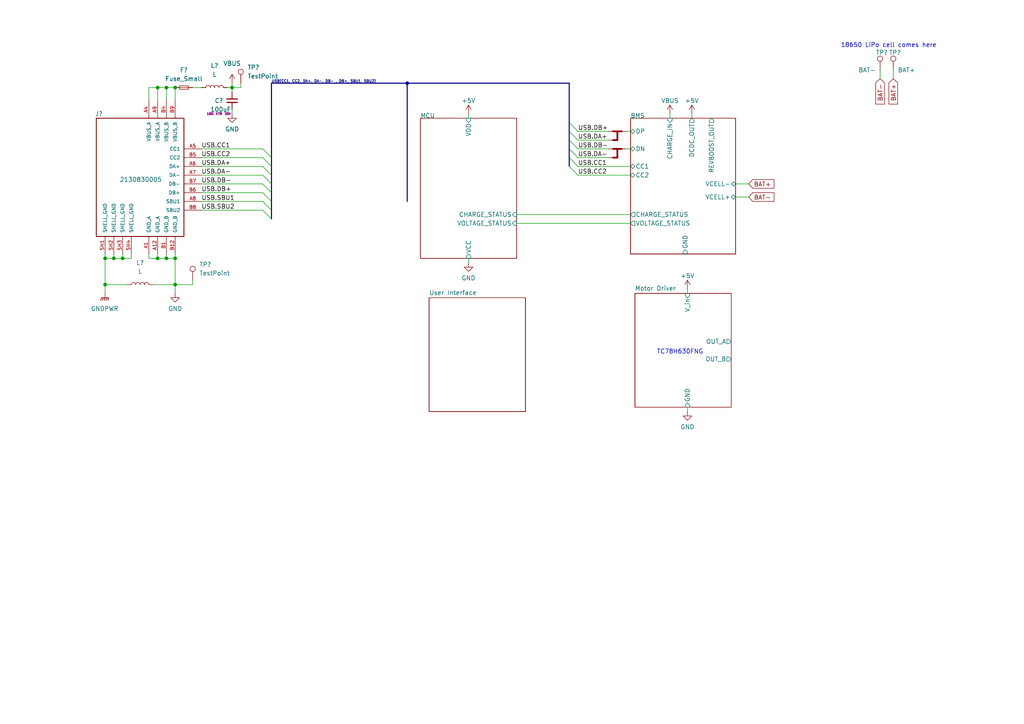
<source format=kicad_sch>
(kicad_sch (version 20211123) (generator eeschema)
  (paper "A4")
  (lib_symbols
    (symbol "818_USB:2130830005" (pin_names (offset 1.016))
      (property "Reference" "J" (at -12.7 17.78 0))
      (property "Value" "2130830005" (at -6.35 -1.27 0))
      (symbol "2130830005_0_0"
        (rectangle (start -12.7 17.78) (end 12.7 -16.51) (stroke (width 0.254)))
        (pin power_in line (at 2.54 -21.59 90) (length 5.08) (name "GND_A") (number "A1"))
        (pin power_in line (at 5.08 -21.59 90) (length 5.08) (name "GND_A") (number "A12"))
        (pin power_in line (at 2.54 22.86 270) (length 5.08) (name "VBUS_A") (number "A4"))
        (pin bidirectional line (at 17.78 8.89 180) (length 5.08) (name "CC1") (number "A5"))
        (pin bidirectional line (at 17.78 3.81 180) (length 5.08) (name "DA+") (number "A6"))
        (pin bidirectional line (at 17.78 1.27 180) (length 5.08) (name "DA-") (number "A7"))
        (pin bidirectional line (at 17.78 -6.35 180) (length 5.08) (name "SBU1") (number "A8"))
        (pin power_in line (at 5.08 22.86 270) (length 5.08) (name "VBUS_A") (number "A9"))
        (pin power_in line (at 7.62 -21.59 90) (length 5.08) (name "GND_B") (number "B1"))
        (pin power_in line (at 10.16 -21.59 90) (length 5.08) (name "GND_B") (number "B12"))
        (pin power_in line (at 7.62 22.86 270) (length 5.08) (name "VBUS_B") (number "B4"))
        (pin bidirectional line (at 17.78 6.35 180) (length 5.08) (name "CC2") (number "B5"))
        (pin bidirectional line (at 17.78 -3.81 180) (length 5.08) (name "DB+") (number "B6"))
        (pin bidirectional line (at 17.78 -1.27 180) (length 5.08) (name "DB-") (number "B7"))
        (pin bidirectional line (at 17.78 -8.89 180) (length 5.08) (name "SBU2") (number "B8"))
        (pin power_in line (at 10.16 22.86 270) (length 5.08) (name "VBUS_B") (number "B9"))
        (pin power_in line (at -10.16 -21.59 90) (length 5.08) (name "SHELL_GND") (number "SH1"))
        (pin power_in line (at -7.62 -21.59 90) (length 5.08) (name "SHELL_GND") (number "SH2"))
        (pin power_in line (at -5.08 -21.59 90) (length 5.08) (name "SHELL_GND") (number "SH3"))
        (pin power_in line (at -2.54 -21.59 90) (length 5.08) (name "SHELL_GND") (number "SH4"))
      )
    )
    (symbol "Connector:TestPoint" (pin_numbers hide) (pin_names (offset 0.762) hide)
      (property "Reference" "TP" (at 0 6.858 0))
      (property "Value" "TestPoint" (at 0 5.08 0))
      (symbol "TestPoint_0_1"
        (circle (center 0 3.302) (radius 0.762))
      )
      (symbol "TestPoint_1_1"
        (pin passive line (at 0 0 90) (length 2.54) (name "1") (number "1"))
      )
    )
    (symbol "Device:C_Small" (pin_numbers hide) (pin_names (offset 0.254) hide)
      (property "Reference" "C" (at 0.254 1.778 0))
      (property "Value" "C_Small" (at 0.254 -2.032 0))
      (symbol "C_Small_0_1"
        (polyline (pts (xy -1.524 -0.508) (xy 1.524 -0.508)) (stroke (width 0.3302)))
        (polyline (pts (xy -1.524 0.508) (xy 1.524 0.508)) (stroke (width 0.3048)))
      )
      (symbol "C_Small_1_1"
        (pin passive line (at 0 2.54 270) (length 2.032) (name "~") (number "1"))
        (pin passive line (at 0 -2.54 90) (length 2.032) (name "~") (number "2"))
      )
    )
    (symbol "Device:Fuse_Small" (pin_numbers hide) (pin_names (offset 0.254) hide)
      (property "Reference" "F" (at 0 -1.524 0))
      (property "Value" "Fuse_Small" (at 0 1.524 0))
      (symbol "Fuse_Small_0_1"
        (rectangle (start -1.27 0.508) (end 1.27 -0.508))
        (polyline (pts (xy -1.27 0) (xy 1.27 0)))
      )
      (symbol "Fuse_Small_1_1"
        (pin passive line (at -2.54 0 0) (length 1.27) (name "~") (number "1"))
        (pin passive line (at 2.54 0 180) (length 1.27) (name "~") (number "2"))
      )
    )
    (symbol "Device:L" (pin_numbers hide) (pin_names (offset 1.016) hide)
      (property "Reference" "L" (at -1.27 0 90))
      (property "Value" "L" (at 1.905 0 90))
      (symbol "L_0_1"
        (arc (start 0 -2.54) (mid 0.635 -1.905) (end 0 -1.27))
        (arc (start 0 -1.27) (mid 0.635 -0.635) (end 0 0))
        (arc (start 0 0) (mid 0.635 0.635) (end 0 1.27))
        (arc (start 0 1.27) (mid 0.635 1.905) (end 0 2.54))
      )
      (symbol "L_1_1"
        (pin passive line (at 0 3.81 270) (length 1.27) (name "1") (number "1"))
        (pin passive line (at 0 -3.81 90) (length 1.27) (name "2") (number "2"))
      )
    )
    (symbol "Device:NetTie_3" (pin_numbers hide) (pin_names (offset 0) hide)
      (property "Reference" "NT" (at 0 1.27 0))
      (property "Value" "NetTie_3" (at 0 -3.81 0))
      (symbol "NetTie_3_0_1"
        (polyline (pts (xy -1.27 0) (xy 1.27 0)) (stroke (width 0.508)))
        (polyline (pts (xy 0 0) (xy 0 -2.54) (xy -1.27 -2.54)) (stroke (width 0.508)))
      )
      (symbol "NetTie_3_1_1"
        (pin passive line (at -2.54 0 0) (length 2.54) (name "1") (number "1"))
        (pin passive line (at 2.54 0 180) (length 2.54) (name "2") (number "2"))
        (pin passive line (at -2.54 -2.54 0) (length 2.54) (name "3") (number "3"))
      )
    )
    (symbol "power:+5V" (power) (pin_names (offset 0))
      (property "Value" "+5V" (at 0 3.556 0))
      (symbol "+5V_0_1"
        (polyline (pts (xy -0.762 1.27) (xy 0 2.54)))
        (polyline (pts (xy 0 0) (xy 0 2.54)))
        (polyline (pts (xy 0 2.54) (xy 0.762 1.27)))
      )
      (symbol "+5V_1_1"
        (pin power_in line (at 0 0 90) (length 0) hide (name "+5V") (number "1"))
      )
    )
    (symbol "power:GND" (power) (pin_names (offset 0))
      (property "Value" "GND" (at 0 -3.81 0))
      (symbol "GND_0_1"
        (polyline (pts (xy 0 0) (xy 0 -1.27) (xy 1.27 -1.27) (xy 0 -2.54) (xy -1.27 -1.27) (xy 0 -1.27)))
      )
      (symbol "GND_1_1"
        (pin power_in line (at 0 0 270) (length 0) hide (name "GND") (number "1"))
      )
    )
    (symbol "power:GNDPWR" (power) (pin_names (offset 0))
      (property "Value" "GNDPWR" (at 0 -3.302 0))
      (symbol "GNDPWR_0_1"
        (polyline (pts (xy 0 -1.27) (xy 0 0)))
        (polyline (pts (xy -1.016 -1.27) (xy -1.27 -2.032) (xy -1.27 -2.032)) (stroke (width 0.2032)))
        (polyline (pts (xy -0.508 -1.27) (xy -0.762 -2.032) (xy -0.762 -2.032)) (stroke (width 0.2032)))
        (polyline (pts (xy 0 -1.27) (xy -0.254 -2.032) (xy -0.254 -2.032)) (stroke (width 0.2032)))
        (polyline (pts (xy 0.508 -1.27) (xy 0.254 -2.032) (xy 0.254 -2.032)) (stroke (width 0.2032)))
        (polyline (pts (xy 1.016 -1.27) (xy -1.016 -1.27) (xy -1.016 -1.27)) (stroke (width 0.2032)))
        (polyline (pts (xy 1.016 -1.27) (xy 0.762 -2.032) (xy 0.762 -2.032) (xy 0.762 -2.032)) (stroke (width 0.2032)))
      )
      (symbol "GNDPWR_1_1"
        (pin power_in line (at 0 0 270) (length 0) hide (name "GNDPWR") (number "1"))
      )
    )
    (symbol "power:VBUS" (power) (pin_names (offset 0))
      (property "Value" "VBUS" (at 0 3.81 0))
      (symbol "VBUS_0_1"
        (polyline (pts (xy -0.762 1.27) (xy 0 2.54)))
        (polyline (pts (xy 0 0) (xy 0 2.54)))
        (polyline (pts (xy 0 2.54) (xy 0.762 1.27)))
      )
      (symbol "VBUS_1_1"
        (pin power_in line (at 0 0 90) (length 0) hide (name "VBUS") (number "1"))
      )
    )
  )
  (bus_alias "USB" (members "CC1"))
  (junction (at 48.26 25.4))
  (junction (at 118.11 24.13))
  (junction (at 50.8 82.55))
  (junction (at 50.8 74.93))
  (junction (at 67.31 25.4))
  (junction (at 45.72 74.93))
  (junction (at 45.72 25.4))
  (junction (at 33.02 74.93))
  (junction (at 48.26 74.93))
  (junction (at 30.48 74.93))
  (junction (at 35.56 74.93))
  (junction (at 50.8 25.4))
  (junction (at 30.48 82.55))
  (bus_entry (at 165.1 35.56) (size 2.54 2.54))
  (bus_entry (at 165.1 43.18) (size 2.54 2.54))
  (bus_entry (at 78.74 48.26) (size -2.54 -2.54))
  (bus_entry (at 78.74 53.34) (size -2.54 -2.54))
  (bus_entry (at 78.74 58.42) (size -2.54 -2.54))
  (bus_entry (at 165.1 45.72) (size 2.54 2.54))
  (bus_entry (at 78.74 45.72) (size -2.54 -2.54))
  (bus_entry (at 165.1 48.26) (size 2.54 2.54))
  (bus_entry (at 165.1 38.1) (size 2.54 2.54))
  (bus_entry (at 78.74 60.96) (size -2.54 -2.54))
  (bus_entry (at 165.1 40.64) (size 2.54 2.54))
  (bus_entry (at 78.74 50.8) (size -2.54 -2.54))
  (bus_entry (at 78.74 55.88) (size -2.54 -2.54))
  (bus_entry (at 78.74 63.5) (size -2.54 -2.54))
  (wire (pts (xy 45.72 25.4) (xy 48.26 25.4)))
  (wire (pts (xy 58.42 48.26) (xy 76.2 48.26)))
  (wire (pts (xy 181.61 38.1) (xy 182.88 38.1)))
  (wire (pts (xy 43.18 29.21) (xy 43.18 25.4)))
  (wire (pts (xy 67.31 31.75) (xy 67.31 33.02)))
  (wire (pts (xy 58.42 55.88) (xy 76.2 55.88)))
  (wire (pts (xy 259.08 20.32) (xy 259.08 22.86)))
  (bus (pts (xy 78.74 53.34) (xy 78.74 55.88)))
  (wire (pts (xy 44.45 82.55) (xy 50.8 82.55)))
  (wire (pts (xy 35.56 74.93) (xy 38.1 74.93)))
  (wire (pts (xy 33.02 73.66) (xy 33.02 74.93)))
  (wire (pts (xy 69.85 24.13) (xy 69.85 25.4)))
  (wire (pts (xy 48.26 25.4) (xy 48.26 29.21)))
  (wire (pts (xy 55.88 25.4) (xy 58.42 25.4)))
  (wire (pts (xy 58.42 53.34) (xy 76.2 53.34)))
  (wire (pts (xy 58.42 58.42) (xy 76.2 58.42)))
  (wire (pts (xy 48.26 74.93) (xy 50.8 74.93)))
  (wire (pts (xy 200.66 33.02) (xy 200.66 34.29)))
  (bus (pts (xy 165.1 45.72) (xy 165.1 48.26)))
  (bus (pts (xy 165.1 35.56) (xy 165.1 38.1)))
  (bus (pts (xy 165.1 38.1) (xy 165.1 40.64)))
  (bus (pts (xy 78.74 58.42) (xy 78.74 60.96)))
  (wire (pts (xy 149.86 64.77) (xy 182.88 64.77)))
  (wire (pts (xy 167.64 48.26) (xy 182.88 48.26)))
  (wire (pts (xy 199.39 83.82) (xy 199.39 85.09)))
  (wire (pts (xy 213.36 53.34) (xy 217.17 53.34)))
  (wire (pts (xy 67.31 25.4) (xy 67.31 26.67)))
  (wire (pts (xy 50.8 74.93) (xy 50.8 73.66)))
  (wire (pts (xy 35.56 73.66) (xy 35.56 74.93)))
  (wire (pts (xy 67.31 24.13) (xy 67.31 25.4)))
  (wire (pts (xy 66.04 25.4) (xy 67.31 25.4)))
  (wire (pts (xy 167.64 38.1) (xy 176.53 38.1)))
  (bus (pts (xy 165.1 43.18) (xy 165.1 45.72)))
  (bus (pts (xy 78.74 55.88) (xy 78.74 58.42)))
  (wire (pts (xy 58.42 50.8) (xy 76.2 50.8)))
  (bus (pts (xy 165.1 24.13) (xy 165.1 35.56)))
  (wire (pts (xy 58.42 45.72) (xy 76.2 45.72)))
  (bus (pts (xy 78.74 45.72) (xy 78.74 48.26)))
  (wire (pts (xy 48.26 25.4) (xy 50.8 25.4)))
  (wire (pts (xy 48.26 73.66) (xy 48.26 74.93)))
  (wire (pts (xy 30.48 74.93) (xy 30.48 82.55)))
  (wire (pts (xy 45.72 74.93) (xy 48.26 74.93)))
  (wire (pts (xy 135.89 74.93) (xy 135.89 76.2)))
  (wire (pts (xy 149.86 62.23) (xy 182.88 62.23)))
  (wire (pts (xy 30.48 82.55) (xy 30.48 85.09)))
  (wire (pts (xy 45.72 25.4) (xy 45.72 29.21)))
  (wire (pts (xy 33.02 74.93) (xy 35.56 74.93)))
  (wire (pts (xy 30.48 73.66) (xy 30.48 74.93)))
  (wire (pts (xy 67.31 25.4) (xy 69.85 25.4)))
  (wire (pts (xy 167.64 40.64) (xy 176.53 40.64)))
  (bus (pts (xy 78.74 48.26) (xy 78.74 50.8)))
  (wire (pts (xy 43.18 74.93) (xy 45.72 74.93)))
  (wire (pts (xy 50.8 74.93) (xy 50.8 82.55)))
  (wire (pts (xy 167.64 45.72) (xy 176.53 45.72)))
  (wire (pts (xy 38.1 74.93) (xy 38.1 73.66)))
  (wire (pts (xy 167.64 50.8) (xy 182.88 50.8)))
  (wire (pts (xy 255.27 20.32) (xy 255.27 22.86)))
  (wire (pts (xy 43.18 25.4) (xy 45.72 25.4)))
  (bus (pts (xy 78.74 24.13) (xy 78.74 45.72)))
  (bus (pts (xy 78.74 50.8) (xy 78.74 53.34)))
  (bus (pts (xy 118.11 24.13) (xy 165.1 24.13)))
  (wire (pts (xy 199.39 118.11) (xy 199.39 119.38)))
  (bus (pts (xy 78.74 24.13) (xy 118.11 24.13)))
  (bus (pts (xy 165.1 40.64) (xy 165.1 43.18)))
  (wire (pts (xy 58.42 43.18) (xy 76.2 43.18)))
  (wire (pts (xy 135.89 33.02) (xy 135.89 34.29)))
  (wire (pts (xy 167.64 43.18) (xy 176.53 43.18)))
  (wire (pts (xy 50.8 25.4) (xy 50.8 29.21)))
  (wire (pts (xy 194.31 33.02) (xy 194.31 34.29)))
  (wire (pts (xy 181.61 43.18) (xy 182.88 43.18)))
  (wire (pts (xy 213.36 57.15) (xy 217.17 57.15)))
  (wire (pts (xy 30.48 74.93) (xy 33.02 74.93)))
  (wire (pts (xy 45.72 73.66) (xy 45.72 74.93)))
  (wire (pts (xy 50.8 82.55) (xy 55.88 82.55)))
  (wire (pts (xy 30.48 82.55) (xy 36.83 82.55)))
  (wire (pts (xy 50.8 82.55) (xy 50.8 85.09)))
  (wire (pts (xy 58.42 60.96) (xy 76.2 60.96)))
  (bus (pts (xy 78.74 60.96) (xy 78.74 63.5)))
  (wire (pts (xy 43.18 73.66) (xy 43.18 74.93)))
  (wire (pts (xy 55.88 81.28) (xy 55.88 82.55)))
  (bus (pts (xy 118.11 24.13) (xy 118.11 58.42)))
  (text "TC78H630FNG\n" (at 190.5 102.87 0) (effects (font (size 1.27 1.27)) (justify left bottom)))
  (text "18650 LiPo cell comes here" (at 243.84 13.97 0) (effects (font (size 1.27 1.27)) (justify left bottom)))
  (label "USB.DB+" (at 167.64 38.1 0))
  (label "USB.DB-" (at 58.42 53.34 0))
  (label "USB{CC1, CC2, DA+, DA-, DB- , DB+, SBU1, SBU2}" (at 78.74 24.13 0) (effects (font (size 0.75 0.75))))
  (label "USB.DA+" (at 167.64 40.64 0))
  (label "USB.CC2" (at 167.64 50.8 0))
  (label "USB.SBU2" (at 58.42 60.96 0))
  (label "USB.CC1" (at 58.42 43.18 0))
  (label "USB.CC1" (at 167.64 48.26 0))
  (label "USB.DA-" (at 58.42 50.8 0))
  (label "USB.DB+" (at 58.42 55.88 0))
  (label "USB.CC2" (at 58.42 45.72 0))
  (label "USB.DA-" (at 167.64 45.72 0))
  (label "USB.DA+" (at 58.42 48.26 0))
  (label "USB.SBU1" (at 58.42 58.42 0))
  (label "USB.DB-" (at 167.64 43.18 0))
  (global_label "BAT+" (shape input) (at 259.08 22.86 270) (property "Intersheet References" "${INTERSHEET_REFS}" (effects hide)))
  (global_label "BAT-" (shape input) (at 217.17 57.15 0) (property "Intersheet References" "${INTERSHEET_REFS}" (effects hide)))
  (global_label "BAT-" (shape input) (at 255.27 22.86 270) (property "Intersheet References" "${INTERSHEET_REFS}" (effects hide)))
  (global_label "BAT+" (shape input) (at 217.17 53.34 0) (property "Intersheet References" "${INTERSHEET_REFS}" (effects hide)))
  (symbol (lib_id "Device:NetTie_3") (at 179.07 43.18 0) (unit 1)
    (property "Reference" "NT?" (effects hide))
    (property "Value" "NetTie_3" (effects hide))
  )
  (symbol (lib_id "power:VBUS") (at 194.31 33.02 0) (unit 1)
    (property "Reference" "#PWR?" (effects hide))
    (property "Value" "VBUS" (at 194.31 29.21 0))
  )
  (symbol (lib_id "Connector:TestPoint") (at 259.08 20.32 0) (unit 1)
    (property "Reference" "TP?" (at 257.81 15.24 0) (effects (justify left)))
    (property "Value" "BAT+" (at 260.35 20.32 0) (effects (justify left)))
    (property "Footprint" "TestPoint:TestPoint_Keystone_5019_Minature" (effects hide))
  )
  (symbol (lib_id "power:GNDPWR") (at 30.48 85.09 0) (unit 1)
    (property "Reference" "#PWR0101" (effects hide))
    (property "Value" "GNDPWR" (at 30.353 89.535 0))
  )
  (symbol (lib_id "power:GND") (at 199.39 119.38 0) (unit 1)
    (property "Reference" "#PWR?" (effects hide))
    (property "Value" "GND" (at 199.39 123.825 0))
  )
  (symbol (lib_id "power:VBUS") (at 67.31 24.13 0) (unit 1)
    (property "Reference" "#PWR0103" (effects hide))
    (property "Value" "VBUS" (at 67.31 18.415 0))
  )
  (symbol (lib_id "818_USB:2130830005") (at 40.64 52.07 0) (unit 1)
    (property "Reference" "J?" (at 29.845 33.02 0) (effects (justify right)))
    (property "Value" "2130830005" (at 46.99 52.07 0) (effects (justify right)))
    (property "Footprint" "818_USB:MOLEX_2130830005" (effects hide))
    (property "PARTREV" "A" (effects hide))
    (property "STANDARD" "Manufacturer recommendations" (effects hide))
    (property "MANUFACTURER" "Molex" (effects hide))
    (property "MAXIMUM_PACKAGE_HEIGHT" "3.36mm" (effects hide))
  )
  (symbol (lib_id "Device:Fuse_Small") (at 53.34 25.4 0) (unit 1)
    (property "Reference" "F?" (at 53.34 20.32 0))
    (property "Value" "Fuse_Small" (at 53.34 22.86 0))
  )
  (symbol (lib_id "power:+5V") (at 135.89 33.02 0) (unit 1)
    (property "Reference" "#PWR?" (effects hide))
    (property "Value" "+5V" (at 135.89 29.21 0))
  )
  (symbol (lib_id "Connector:TestPoint") (at 69.85 24.13 0) (unit 1)
    (property "Reference" "TP?" (at 71.755 19.5579 0) (effects (justify left)))
    (property "Value" "TestPoint" (at 71.755 22.0979 0) (effects (justify left)))
    (property "Footprint" "TestPoint:TestPoint_Keystone_5019_Minature" (effects hide))
  )
  (symbol (lib_id "Connector:TestPoint") (at 255.27 20.32 0) (unit 1)
    (property "Reference" "TP?" (at 254 15.24 0) (effects (justify left)))
    (property "Value" "BAT-" (at 248.92 20.32 0) (effects (justify left)))
    (property "Footprint" "TestPoint:TestPoint_Keystone_5019_Minature" (effects hide))
  )
  (symbol (lib_id "Device:L") (at 40.64 82.55 90) (unit 1)
    (property "Reference" "L?" (at 40.64 76.2 90))
    (property "Value" "L" (at 40.64 78.74 90))
    (property "Footprint" "Inductor_SMD:L_0603_1608Metric_Pad1.05x0.95mm_HandSolder" (effects hide))
  )
  (symbol (lib_id "Connector:TestPoint") (at 55.88 81.28 0) (unit 1)
    (property "Reference" "TP?" (at 57.785 76.7079 0) (effects (justify left)))
    (property "Value" "TestPoint" (at 57.785 79.2479 0) (effects (justify left)))
    (property "Footprint" "TestPoint:TestPoint_Keystone_5019_Minature" (effects hide))
  )
  (symbol (lib_id "power:+5V") (at 199.39 83.82 0) (unit 1)
    (property "Reference" "#PWR?" (effects hide))
    (property "Value" "+5V" (at 199.39 80.01 0))
  )
  (symbol (lib_id "power:GND") (at 135.89 76.2 0) (unit 1)
    (property "Reference" "#PWR?" (effects hide))
    (property "Value" "GND" (at 135.89 80.645 0))
  )
  (symbol (lib_id "power:GND") (at 67.31 33.02 0) (unit 1)
    (property "Reference" "#PWR0104" (effects hide))
    (property "Value" "GND" (at 67.31 37.465 0))
  )
  (symbol (lib_id "power:GND") (at 50.8 85.09 0) (unit 1)
    (property "Reference" "#PWR0102" (effects hide))
    (property "Value" "GND" (at 50.8 89.535 0))
  )
  (symbol (lib_id "Device:L") (at 62.23 25.4 90) (unit 1)
    (property "Reference" "L?" (at 62.23 19.05 90))
    (property "Value" "L" (at 62.23 21.59 90))
    (property "Footprint" "Inductor_SMD:L_0603_1608Metric_Pad1.05x0.95mm_HandSolder" (effects hide))
  )
  (symbol (lib_id "Device:NetTie_3") (at 179.07 38.1 0) (unit 1)
    (property "Reference" "NT?" (effects hide))
    (property "Value" "NetTie_3" (effects hide))
  )
  (symbol (lib_id "power:+5V") (at 200.66 33.02 0) (unit 1)
    (property "Reference" "#PWR?" (effects hide))
    (property "Value" "+5V" (at 200.66 29.21 0))
  )
  (symbol (lib_id "Device:C_Small") (at 67.31 29.21 0) (unit 1)
    (property "Reference" "C?" (at 62.23 29.21 0) (effects (justify left)))
    (property "Value" "100uF" (at 60.96 31.75 0) (effects (justify left)))
    (property "Tolerance" "10%" (at 60.96 33.02 0) (effects (font (size 0.635 0.635))))
    (property "Type" "X7R" (at 63.5 33.02 0) (effects (font (size 0.635 0.635))))
    (property "Voltage Rating" "35V" (at 66.04 33.02 0) (effects (font (size 0.635 0.635))))
  )
  (sheet (at 184.15 85.09) (size 27.94 33.02) (stroke (width 0.1524))
    (property "Sheet name" "Motor Driver" (at 184.15 84.3784 0) (effects (justify left bottom)))
    (property "Sheet file" "motor_driver.kicad_sch" (effects hide))
    (pin "OUT_B" output (at 212.09 104.14 0))
    (pin "OUT_A" output (at 212.09 99.06 0))
    (pin "V_in" input (at 199.39 85.09 90))
    (pin "GND" input (at 199.39 118.11 270))
  )
  (sheet (at 182.88 34.29) (size 30.48 39.37) (stroke (width 0.1524))
    (property "Sheet name" "BMS" (at 182.88 34.29 0) (effects (justify left bottom)))
    (property "Sheet file" "battery_management.kicad_sch" (effects hide))
    (pin "VCELL-" bidirectional (at 213.36 53.34 0))
    (pin "VCELL+" bidirectional (at 213.36 57.15 0))
    (pin "VOLTAGE_STATUS" output (at 182.88 64.77 180))
    (pin "CHARGE_STATUS" output (at 182.88 62.23 180))
    (pin "DN" bidirectional (at 182.88 43.18 180))
    (pin "CC2" bidirectional (at 182.88 50.8 180))
    (pin "CC1" bidirectional (at 182.88 48.26 180))
    (pin "DP" bidirectional (at 182.88 38.1 180))
    (pin "CHARGE_IN" input (at 194.31 34.29 90))
    (pin "DCDC_OUT" output (at 200.66 34.29 90))
    (pin "GND" input (at 198.755 73.66 270))
    (pin "REVBOOST_OUT" output (at 206.375 34.29 90))
  )
  (sheet (at 121.92 34.29) (size 27.94 40.64) (stroke (width 0.1524))
    (property "Sheet name" "MCU" (at 121.92 34.29 0) (effects (justify left bottom)))
    (property "Sheet file" "mcu.kicad_sch" (effects hide))
    (pin "CHARGE_STATUS" input (at 149.86 62.23 0))
    (pin "VOLTAGE_STATUS" input (at 149.86 64.77 0))
    (pin "VCC" input (at 135.89 74.93 270))
    (pin "VDD" input (at 135.89 34.29 90))
  )
  (sheet (at 124.46 86.36) (size 27.94 33.02) (stroke (width 0.1524))
    (property "Sheet name" "User Interface" (at 124.46 85.6484 0) (effects (justify left bottom)))
    (property "Sheet file" "user_interface.kicad_sch" (effects hide))
  )
)
</source>
